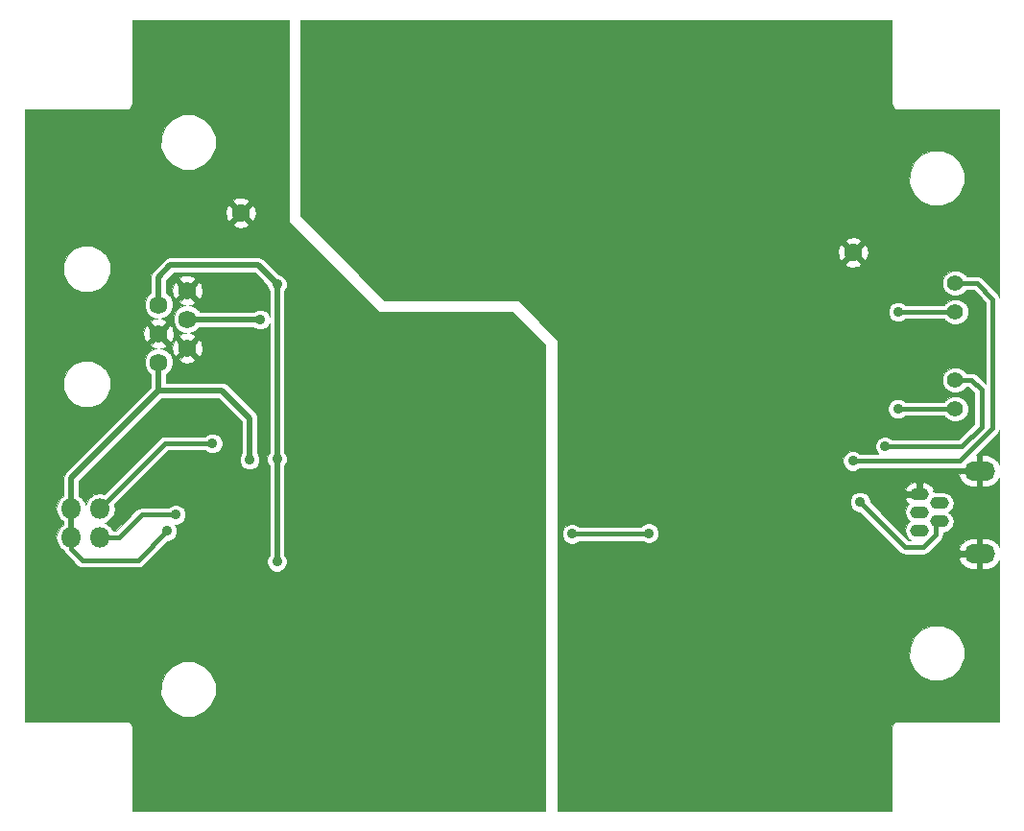
<source format=gbr>
G04 #@! TF.FileFunction,Copper,L2,Bot,Signal*
%FSLAX46Y46*%
G04 Gerber Fmt 4.6, Leading zero omitted, Abs format (unit mm)*
G04 Created by KiCad (PCBNEW no-vcs-found-product) date Wed Jun 29 11:52:22 2016*
%MOMM*%
%LPD*%
G01*
G04 APERTURE LIST*
%ADD10C,0.100000*%
%ADD11C,1.590000*%
%ADD12O,2.700000X1.700000*%
%ADD13O,1.650000X1.100000*%
%ADD14C,1.400000*%
%ADD15O,1.800000X1.800000*%
%ADD16C,1.600000*%
%ADD17C,0.900000*%
%ADD18C,0.500000*%
%ADD19C,0.400000*%
%ADD20C,0.050000*%
G04 APERTURE END LIST*
D10*
D11*
X119360000Y-86970000D03*
X116820000Y-88240000D03*
X119360000Y-89510000D03*
X116820000Y-90780000D03*
X119360000Y-92050000D03*
X116820000Y-93320000D03*
D12*
X189250000Y-102904000D03*
D13*
X183925000Y-104954000D03*
X183925000Y-106554000D03*
X185675000Y-105754000D03*
X185675000Y-107354000D03*
X183925000Y-108154000D03*
D12*
X189250000Y-110204000D03*
D14*
X187100000Y-86328000D03*
X187100000Y-88868000D03*
X187100000Y-94881000D03*
X187100000Y-97421000D03*
D15*
X109100000Y-108760000D03*
X109100000Y-106220000D03*
X111640000Y-108760000D03*
X111640000Y-106220000D03*
D16*
X124050000Y-80120000D03*
X178080000Y-83630000D03*
D17*
X117550000Y-108210000D03*
X124850000Y-101910000D03*
X180910000Y-100750000D03*
X182030000Y-97410000D03*
X178050000Y-102025000D03*
X182070000Y-88860000D03*
X178700000Y-105650000D03*
X153300000Y-108450000D03*
X160050000Y-108400000D03*
X127250000Y-86450000D03*
X127250000Y-110910000D03*
X127250000Y-101860000D03*
X125750000Y-89550000D03*
X118300000Y-106760000D03*
X121550000Y-100460000D03*
D18*
X116820000Y-95790000D02*
X122410000Y-95790000D01*
X116820000Y-93320000D02*
X116820000Y-95790000D01*
X116820000Y-95790000D02*
X116820000Y-95810000D01*
X116820000Y-95810000D02*
X109100000Y-103530000D01*
X109100000Y-106220000D02*
X109100000Y-103530000D01*
D19*
X109100000Y-108760000D02*
X109100000Y-109790000D01*
X114990000Y-110770000D02*
X117550000Y-108210000D01*
X110080000Y-110770000D02*
X114990000Y-110770000D01*
X109100000Y-109790000D02*
X110080000Y-110770000D01*
D18*
X122410000Y-95790000D02*
X124850000Y-98230000D01*
X124850000Y-98230000D02*
X124850000Y-101910000D01*
X109100000Y-106220000D02*
X109100000Y-108760000D01*
D19*
X188531000Y-94881000D02*
X187100000Y-94881000D01*
X189400000Y-95750000D02*
X188531000Y-94881000D01*
X189400000Y-99050000D02*
X189400000Y-95750000D01*
X187700000Y-100750000D02*
X189400000Y-99050000D01*
X180910000Y-100750000D02*
X187700000Y-100750000D01*
X187100000Y-97421000D02*
X182041000Y-97421000D01*
X182041000Y-97421000D02*
X182030000Y-97410000D01*
X178050000Y-102025000D02*
X187525000Y-102025000D01*
X187525000Y-102025000D02*
X190400000Y-99150000D01*
X190400000Y-99150000D02*
X190400000Y-87750000D01*
X190400000Y-87750000D02*
X188978000Y-86328000D01*
X188978000Y-86328000D02*
X187100000Y-86328000D01*
X182078000Y-88868000D02*
X187100000Y-88868000D01*
X182070000Y-88860000D02*
X182078000Y-88868000D01*
X185400000Y-108520000D02*
X184270000Y-109650000D01*
X185400000Y-107354000D02*
X185400000Y-108440000D01*
X185400000Y-108520000D02*
X185400000Y-108440000D01*
X182700000Y-109650000D02*
X184270000Y-109650000D01*
X182700000Y-109650000D02*
X178700000Y-105650000D01*
X160000000Y-108450000D02*
X153300000Y-108450000D01*
X160050000Y-108400000D02*
X160000000Y-108450000D01*
D18*
X127250000Y-86450000D02*
X127250000Y-101860000D01*
X125600000Y-84750000D02*
X117850000Y-84750000D01*
X127250000Y-86450000D02*
X127250000Y-86400000D01*
X125600000Y-84750000D02*
X127250000Y-86400000D01*
X116820000Y-85780000D02*
X117850000Y-84750000D01*
X116820000Y-85780000D02*
X116820000Y-88240000D01*
X127250000Y-101860000D02*
X127250000Y-110910000D01*
X119360000Y-89510000D02*
X125710000Y-89510000D01*
X125710000Y-89510000D02*
X125750000Y-89550000D01*
D19*
X118300000Y-106760000D02*
X115320000Y-106760000D01*
X113320000Y-108760000D02*
X111640000Y-108760000D01*
X115320000Y-106760000D02*
X113320000Y-108760000D01*
X121550000Y-100460000D02*
X117400000Y-100460000D01*
X117400000Y-100460000D02*
X111640000Y-106220000D01*
D20*
G36*
X128275000Y-80900000D02*
X128276903Y-80909567D01*
X128282322Y-80917678D01*
X136232322Y-88867678D01*
X136240433Y-88873097D01*
X136250000Y-88875000D01*
X148039644Y-88875000D01*
X150925000Y-91760356D01*
X150925000Y-132900000D01*
X114500000Y-132900000D01*
X114500000Y-125500000D01*
X114461940Y-125308658D01*
X114353553Y-125146447D01*
X114191342Y-125038060D01*
X114000000Y-125000000D01*
X105000000Y-125000000D01*
X105000000Y-122610246D01*
X117004580Y-122610246D01*
X117372986Y-123501858D01*
X118054554Y-124184617D01*
X118945521Y-124554579D01*
X119910246Y-124555420D01*
X120801858Y-124187014D01*
X121484617Y-123505446D01*
X121854579Y-122614479D01*
X121855420Y-121649754D01*
X121487014Y-120758142D01*
X120805446Y-120075383D01*
X119914479Y-119705421D01*
X118949754Y-119704580D01*
X118058142Y-120072986D01*
X117375383Y-120754554D01*
X117005421Y-121645521D01*
X117004580Y-122610246D01*
X105000000Y-122610246D01*
X105000000Y-106194042D01*
X107775000Y-106194042D01*
X107775000Y-106245958D01*
X107875860Y-106753014D01*
X108163084Y-107182874D01*
X108425000Y-107357881D01*
X108425000Y-107622119D01*
X108163084Y-107797126D01*
X107875860Y-108226986D01*
X107775000Y-108734042D01*
X107775000Y-108785958D01*
X107875860Y-109293014D01*
X108163084Y-109722874D01*
X108507412Y-109952947D01*
X108522575Y-110029177D01*
X108658058Y-110231942D01*
X109638058Y-111211942D01*
X109840822Y-111347425D01*
X110080000Y-111395000D01*
X114990000Y-111395000D01*
X115229177Y-111347425D01*
X115431942Y-111211942D01*
X117558876Y-109085008D01*
X117723285Y-109085151D01*
X118045000Y-108952221D01*
X118291356Y-108706295D01*
X118424848Y-108384812D01*
X118425151Y-108036715D01*
X118292221Y-107715000D01*
X118212285Y-107634924D01*
X118473285Y-107635151D01*
X118795000Y-107502221D01*
X119041356Y-107256295D01*
X119174848Y-106934812D01*
X119175151Y-106586715D01*
X119042221Y-106265000D01*
X118796295Y-106018644D01*
X118474812Y-105885152D01*
X118126715Y-105884849D01*
X117805000Y-106017779D01*
X117687574Y-106135000D01*
X115320000Y-106135000D01*
X115080822Y-106182575D01*
X114878058Y-106318058D01*
X113061116Y-108135000D01*
X112802677Y-108135000D01*
X112576916Y-107797126D01*
X112147056Y-107509902D01*
X112047002Y-107490000D01*
X112147056Y-107470098D01*
X112576916Y-107182874D01*
X112864140Y-106753014D01*
X112965000Y-106245958D01*
X112965000Y-106194042D01*
X112896121Y-105847763D01*
X117658884Y-101085000D01*
X120937552Y-101085000D01*
X121053705Y-101201356D01*
X121375188Y-101334848D01*
X121723285Y-101335151D01*
X122045000Y-101202221D01*
X122291356Y-100956295D01*
X122424848Y-100634812D01*
X122425151Y-100286715D01*
X122292221Y-99965000D01*
X122046295Y-99718644D01*
X121724812Y-99585152D01*
X121376715Y-99584849D01*
X121055000Y-99717779D01*
X120937574Y-99835000D01*
X117400000Y-99835000D01*
X117160822Y-99882575D01*
X116958058Y-100018058D01*
X112029581Y-104946535D01*
X111640000Y-104869042D01*
X111132944Y-104969902D01*
X110703084Y-105257126D01*
X110415860Y-105686986D01*
X110370000Y-105917539D01*
X110324140Y-105686986D01*
X110036916Y-105257126D01*
X109775000Y-105082119D01*
X109775000Y-103809594D01*
X117119594Y-96465000D01*
X122130406Y-96465000D01*
X124175000Y-98509594D01*
X124175000Y-101347465D01*
X124108644Y-101413705D01*
X123975152Y-101735188D01*
X123974849Y-102083285D01*
X124107779Y-102405000D01*
X124353705Y-102651356D01*
X124675188Y-102784848D01*
X125023285Y-102785151D01*
X125345000Y-102652221D01*
X125591356Y-102406295D01*
X125724848Y-102084812D01*
X125725151Y-101736715D01*
X125592221Y-101415000D01*
X125525000Y-101347661D01*
X125525000Y-98230000D01*
X125473619Y-97971689D01*
X125473619Y-97971688D01*
X125327297Y-97752703D01*
X122887297Y-95312703D01*
X122668312Y-95166381D01*
X122410000Y-95115000D01*
X117495000Y-95115000D01*
X117495000Y-94361138D01*
X117510172Y-94354869D01*
X117853662Y-94011977D01*
X118039788Y-93563738D01*
X118040211Y-93078392D01*
X118032536Y-93059816D01*
X118674039Y-93059816D01*
X118760859Y-93264245D01*
X119271137Y-93401098D01*
X119794944Y-93332258D01*
X119959141Y-93264245D01*
X120045961Y-93059816D01*
X119360000Y-92373855D01*
X118674039Y-93059816D01*
X118032536Y-93059816D01*
X117854869Y-92629828D01*
X117511977Y-92286338D01*
X117063738Y-92100212D01*
X116966793Y-92100128D01*
X117254944Y-92062258D01*
X117419141Y-91994245D01*
X117433201Y-91961137D01*
X118008902Y-91961137D01*
X118077742Y-92484944D01*
X118145755Y-92649141D01*
X118350184Y-92735961D01*
X119036145Y-92050000D01*
X119683855Y-92050000D01*
X120369816Y-92735961D01*
X120574245Y-92649141D01*
X120711098Y-92138863D01*
X120642258Y-91615056D01*
X120574245Y-91450859D01*
X120369816Y-91364039D01*
X119683855Y-92050000D01*
X119036145Y-92050000D01*
X118350184Y-91364039D01*
X118145755Y-91450859D01*
X118008902Y-91961137D01*
X117433201Y-91961137D01*
X117505961Y-91789816D01*
X116820000Y-91103855D01*
X116134039Y-91789816D01*
X116220859Y-91994245D01*
X116614514Y-92099820D01*
X116578392Y-92099789D01*
X116129828Y-92285131D01*
X115786338Y-92628023D01*
X115600212Y-93076262D01*
X115599789Y-93561608D01*
X115785131Y-94010172D01*
X116128023Y-94353662D01*
X116145000Y-94360712D01*
X116145000Y-95530406D01*
X108622703Y-103052703D01*
X108476381Y-103271688D01*
X108476381Y-103271689D01*
X108425000Y-103530000D01*
X108425000Y-105082119D01*
X108163084Y-105257126D01*
X107875860Y-105686986D01*
X107775000Y-106194042D01*
X105000000Y-106194042D01*
X105000000Y-95625981D01*
X108419645Y-95625981D01*
X108731081Y-96379715D01*
X109307252Y-96956892D01*
X110060441Y-97269643D01*
X110875981Y-97270355D01*
X111629715Y-96958919D01*
X112206892Y-96382748D01*
X112519643Y-95629559D01*
X112520355Y-94814019D01*
X112208919Y-94060285D01*
X111632748Y-93483108D01*
X110879559Y-93170357D01*
X110064019Y-93169645D01*
X109310285Y-93481081D01*
X108733108Y-94057252D01*
X108420357Y-94810441D01*
X108419645Y-95625981D01*
X105000000Y-95625981D01*
X105000000Y-90691137D01*
X115468902Y-90691137D01*
X115537742Y-91214944D01*
X115605755Y-91379141D01*
X115810184Y-91465961D01*
X116496145Y-90780000D01*
X117143855Y-90780000D01*
X117829816Y-91465961D01*
X118034245Y-91379141D01*
X118171098Y-90868863D01*
X118102258Y-90345056D01*
X118034245Y-90180859D01*
X117829816Y-90094039D01*
X117143855Y-90780000D01*
X116496145Y-90780000D01*
X115810184Y-90094039D01*
X115605755Y-90180859D01*
X115468902Y-90691137D01*
X105000000Y-90691137D01*
X105000000Y-88481608D01*
X115599789Y-88481608D01*
X115785131Y-88930172D01*
X116128023Y-89273662D01*
X116576262Y-89459788D01*
X116673207Y-89459872D01*
X116385056Y-89497742D01*
X116220859Y-89565755D01*
X116134039Y-89770184D01*
X116820000Y-90456145D01*
X117505961Y-89770184D01*
X117419141Y-89565755D01*
X117025486Y-89460180D01*
X117061608Y-89460211D01*
X117510172Y-89274869D01*
X117853662Y-88931977D01*
X118039788Y-88483738D01*
X118040211Y-87998392D01*
X117854869Y-87549828D01*
X117511977Y-87206338D01*
X117495000Y-87199288D01*
X117495000Y-86881137D01*
X118008902Y-86881137D01*
X118077742Y-87404944D01*
X118145755Y-87569141D01*
X118350184Y-87655961D01*
X119036145Y-86970000D01*
X119683855Y-86970000D01*
X120369816Y-87655961D01*
X120574245Y-87569141D01*
X120711098Y-87058863D01*
X120642258Y-86535056D01*
X120574245Y-86370859D01*
X120369816Y-86284039D01*
X119683855Y-86970000D01*
X119036145Y-86970000D01*
X118350184Y-86284039D01*
X118145755Y-86370859D01*
X118008902Y-86881137D01*
X117495000Y-86881137D01*
X117495000Y-86059594D01*
X117594410Y-85960184D01*
X118674039Y-85960184D01*
X119360000Y-86646145D01*
X120045961Y-85960184D01*
X119959141Y-85755755D01*
X119448863Y-85618902D01*
X118925056Y-85687742D01*
X118760859Y-85755755D01*
X118674039Y-85960184D01*
X117594410Y-85960184D01*
X118129594Y-85425000D01*
X125320406Y-85425000D01*
X126374974Y-86479568D01*
X126374849Y-86623285D01*
X126507779Y-86945000D01*
X126575000Y-87012339D01*
X126575000Y-89255340D01*
X126492221Y-89055000D01*
X126246295Y-88808644D01*
X125924812Y-88675152D01*
X125576715Y-88674849D01*
X125255000Y-88807779D01*
X125227731Y-88835000D01*
X120401138Y-88835000D01*
X120394869Y-88819828D01*
X120051977Y-88476338D01*
X119603738Y-88290212D01*
X119506793Y-88290128D01*
X119794944Y-88252258D01*
X119959141Y-88184245D01*
X120045961Y-87979816D01*
X119360000Y-87293855D01*
X118674039Y-87979816D01*
X118760859Y-88184245D01*
X119154514Y-88289820D01*
X119118392Y-88289789D01*
X118669828Y-88475131D01*
X118326338Y-88818023D01*
X118140212Y-89266262D01*
X118139789Y-89751608D01*
X118325131Y-90200172D01*
X118668023Y-90543662D01*
X119116262Y-90729788D01*
X119213207Y-90729872D01*
X118925056Y-90767742D01*
X118760859Y-90835755D01*
X118674039Y-91040184D01*
X119360000Y-91726145D01*
X120045961Y-91040184D01*
X119959141Y-90835755D01*
X119565486Y-90730180D01*
X119601608Y-90730211D01*
X120050172Y-90544869D01*
X120393662Y-90201977D01*
X120400712Y-90185000D01*
X125147535Y-90185000D01*
X125253705Y-90291356D01*
X125575188Y-90424848D01*
X125923285Y-90425151D01*
X126245000Y-90292221D01*
X126491356Y-90046295D01*
X126575000Y-89844859D01*
X126575000Y-101297465D01*
X126508644Y-101363705D01*
X126375152Y-101685188D01*
X126374849Y-102033285D01*
X126507779Y-102355000D01*
X126575000Y-102422339D01*
X126575000Y-110347465D01*
X126508644Y-110413705D01*
X126375152Y-110735188D01*
X126374849Y-111083285D01*
X126507779Y-111405000D01*
X126753705Y-111651356D01*
X127075188Y-111784848D01*
X127423285Y-111785151D01*
X127745000Y-111652221D01*
X127991356Y-111406295D01*
X128124848Y-111084812D01*
X128125151Y-110736715D01*
X127992221Y-110415000D01*
X127925000Y-110347661D01*
X127925000Y-102422535D01*
X127991356Y-102356295D01*
X128124848Y-102034812D01*
X128125151Y-101686715D01*
X127992221Y-101365000D01*
X127925000Y-101297661D01*
X127925000Y-87012535D01*
X127991356Y-86946295D01*
X128124848Y-86624812D01*
X128125151Y-86276715D01*
X127992221Y-85955000D01*
X127746295Y-85708644D01*
X127424812Y-85575152D01*
X127379707Y-85575113D01*
X126077297Y-84272703D01*
X125858312Y-84126381D01*
X125600000Y-84075000D01*
X117850000Y-84075000D01*
X117591688Y-84126381D01*
X117372703Y-84272703D01*
X116342703Y-85302703D01*
X116196381Y-85521688D01*
X116155940Y-85725000D01*
X116145000Y-85780000D01*
X116145000Y-87198862D01*
X116129828Y-87205131D01*
X115786338Y-87548023D01*
X115600212Y-87996262D01*
X115599789Y-88481608D01*
X105000000Y-88481608D01*
X105000000Y-85465981D01*
X108419645Y-85465981D01*
X108731081Y-86219715D01*
X109307252Y-86796892D01*
X110060441Y-87109643D01*
X110875981Y-87110355D01*
X111629715Y-86798919D01*
X112206892Y-86222748D01*
X112519643Y-85469559D01*
X112520355Y-84654019D01*
X112208919Y-83900285D01*
X111632748Y-83323108D01*
X110879559Y-83010357D01*
X110064019Y-83009645D01*
X109310285Y-83321081D01*
X108733108Y-83897252D01*
X108420357Y-84650441D01*
X108419645Y-85465981D01*
X105000000Y-85465981D01*
X105000000Y-81133486D01*
X123360369Y-81133486D01*
X123447818Y-81338430D01*
X123959929Y-81476128D01*
X124485752Y-81407368D01*
X124652182Y-81338430D01*
X124739631Y-81133486D01*
X124050000Y-80443855D01*
X123360369Y-81133486D01*
X105000000Y-81133486D01*
X105000000Y-80029929D01*
X122693872Y-80029929D01*
X122762632Y-80555752D01*
X122831570Y-80722182D01*
X123036514Y-80809631D01*
X123726145Y-80120000D01*
X124373855Y-80120000D01*
X125063486Y-80809631D01*
X125268430Y-80722182D01*
X125406128Y-80210071D01*
X125337368Y-79684248D01*
X125268430Y-79517818D01*
X125063486Y-79430369D01*
X124373855Y-80120000D01*
X123726145Y-80120000D01*
X123036514Y-79430369D01*
X122831570Y-79517818D01*
X122693872Y-80029929D01*
X105000000Y-80029929D01*
X105000000Y-79106514D01*
X123360369Y-79106514D01*
X124050000Y-79796145D01*
X124739631Y-79106514D01*
X124652182Y-78901570D01*
X124140071Y-78763872D01*
X123614248Y-78832632D01*
X123447818Y-78901570D01*
X123360369Y-79106514D01*
X105000000Y-79106514D01*
X105000000Y-74350246D01*
X117004580Y-74350246D01*
X117372986Y-75241858D01*
X118054554Y-75924617D01*
X118945521Y-76294579D01*
X119910246Y-76295420D01*
X120801858Y-75927014D01*
X121484617Y-75245446D01*
X121854579Y-74354479D01*
X121855420Y-73389754D01*
X121487014Y-72498142D01*
X120805446Y-71815383D01*
X119914479Y-71445421D01*
X118949754Y-71444580D01*
X118058142Y-71812986D01*
X117375383Y-72494554D01*
X117005421Y-73385521D01*
X117004580Y-74350246D01*
X105000000Y-74350246D01*
X105000000Y-71000000D01*
X114000000Y-71000000D01*
X114191342Y-70961940D01*
X114353553Y-70853553D01*
X114461940Y-70691342D01*
X114500000Y-70500000D01*
X114500000Y-63100000D01*
X128275000Y-63100000D01*
X128275000Y-80900000D01*
X128275000Y-80900000D01*
G37*
X128275000Y-80900000D02*
X128276903Y-80909567D01*
X128282322Y-80917678D01*
X136232322Y-88867678D01*
X136240433Y-88873097D01*
X136250000Y-88875000D01*
X148039644Y-88875000D01*
X150925000Y-91760356D01*
X150925000Y-132900000D01*
X114500000Y-132900000D01*
X114500000Y-125500000D01*
X114461940Y-125308658D01*
X114353553Y-125146447D01*
X114191342Y-125038060D01*
X114000000Y-125000000D01*
X105000000Y-125000000D01*
X105000000Y-122610246D01*
X117004580Y-122610246D01*
X117372986Y-123501858D01*
X118054554Y-124184617D01*
X118945521Y-124554579D01*
X119910246Y-124555420D01*
X120801858Y-124187014D01*
X121484617Y-123505446D01*
X121854579Y-122614479D01*
X121855420Y-121649754D01*
X121487014Y-120758142D01*
X120805446Y-120075383D01*
X119914479Y-119705421D01*
X118949754Y-119704580D01*
X118058142Y-120072986D01*
X117375383Y-120754554D01*
X117005421Y-121645521D01*
X117004580Y-122610246D01*
X105000000Y-122610246D01*
X105000000Y-106194042D01*
X107775000Y-106194042D01*
X107775000Y-106245958D01*
X107875860Y-106753014D01*
X108163084Y-107182874D01*
X108425000Y-107357881D01*
X108425000Y-107622119D01*
X108163084Y-107797126D01*
X107875860Y-108226986D01*
X107775000Y-108734042D01*
X107775000Y-108785958D01*
X107875860Y-109293014D01*
X108163084Y-109722874D01*
X108507412Y-109952947D01*
X108522575Y-110029177D01*
X108658058Y-110231942D01*
X109638058Y-111211942D01*
X109840822Y-111347425D01*
X110080000Y-111395000D01*
X114990000Y-111395000D01*
X115229177Y-111347425D01*
X115431942Y-111211942D01*
X117558876Y-109085008D01*
X117723285Y-109085151D01*
X118045000Y-108952221D01*
X118291356Y-108706295D01*
X118424848Y-108384812D01*
X118425151Y-108036715D01*
X118292221Y-107715000D01*
X118212285Y-107634924D01*
X118473285Y-107635151D01*
X118795000Y-107502221D01*
X119041356Y-107256295D01*
X119174848Y-106934812D01*
X119175151Y-106586715D01*
X119042221Y-106265000D01*
X118796295Y-106018644D01*
X118474812Y-105885152D01*
X118126715Y-105884849D01*
X117805000Y-106017779D01*
X117687574Y-106135000D01*
X115320000Y-106135000D01*
X115080822Y-106182575D01*
X114878058Y-106318058D01*
X113061116Y-108135000D01*
X112802677Y-108135000D01*
X112576916Y-107797126D01*
X112147056Y-107509902D01*
X112047002Y-107490000D01*
X112147056Y-107470098D01*
X112576916Y-107182874D01*
X112864140Y-106753014D01*
X112965000Y-106245958D01*
X112965000Y-106194042D01*
X112896121Y-105847763D01*
X117658884Y-101085000D01*
X120937552Y-101085000D01*
X121053705Y-101201356D01*
X121375188Y-101334848D01*
X121723285Y-101335151D01*
X122045000Y-101202221D01*
X122291356Y-100956295D01*
X122424848Y-100634812D01*
X122425151Y-100286715D01*
X122292221Y-99965000D01*
X122046295Y-99718644D01*
X121724812Y-99585152D01*
X121376715Y-99584849D01*
X121055000Y-99717779D01*
X120937574Y-99835000D01*
X117400000Y-99835000D01*
X117160822Y-99882575D01*
X116958058Y-100018058D01*
X112029581Y-104946535D01*
X111640000Y-104869042D01*
X111132944Y-104969902D01*
X110703084Y-105257126D01*
X110415860Y-105686986D01*
X110370000Y-105917539D01*
X110324140Y-105686986D01*
X110036916Y-105257126D01*
X109775000Y-105082119D01*
X109775000Y-103809594D01*
X117119594Y-96465000D01*
X122130406Y-96465000D01*
X124175000Y-98509594D01*
X124175000Y-101347465D01*
X124108644Y-101413705D01*
X123975152Y-101735188D01*
X123974849Y-102083285D01*
X124107779Y-102405000D01*
X124353705Y-102651356D01*
X124675188Y-102784848D01*
X125023285Y-102785151D01*
X125345000Y-102652221D01*
X125591356Y-102406295D01*
X125724848Y-102084812D01*
X125725151Y-101736715D01*
X125592221Y-101415000D01*
X125525000Y-101347661D01*
X125525000Y-98230000D01*
X125473619Y-97971689D01*
X125473619Y-97971688D01*
X125327297Y-97752703D01*
X122887297Y-95312703D01*
X122668312Y-95166381D01*
X122410000Y-95115000D01*
X117495000Y-95115000D01*
X117495000Y-94361138D01*
X117510172Y-94354869D01*
X117853662Y-94011977D01*
X118039788Y-93563738D01*
X118040211Y-93078392D01*
X118032536Y-93059816D01*
X118674039Y-93059816D01*
X118760859Y-93264245D01*
X119271137Y-93401098D01*
X119794944Y-93332258D01*
X119959141Y-93264245D01*
X120045961Y-93059816D01*
X119360000Y-92373855D01*
X118674039Y-93059816D01*
X118032536Y-93059816D01*
X117854869Y-92629828D01*
X117511977Y-92286338D01*
X117063738Y-92100212D01*
X116966793Y-92100128D01*
X117254944Y-92062258D01*
X117419141Y-91994245D01*
X117433201Y-91961137D01*
X118008902Y-91961137D01*
X118077742Y-92484944D01*
X118145755Y-92649141D01*
X118350184Y-92735961D01*
X119036145Y-92050000D01*
X119683855Y-92050000D01*
X120369816Y-92735961D01*
X120574245Y-92649141D01*
X120711098Y-92138863D01*
X120642258Y-91615056D01*
X120574245Y-91450859D01*
X120369816Y-91364039D01*
X119683855Y-92050000D01*
X119036145Y-92050000D01*
X118350184Y-91364039D01*
X118145755Y-91450859D01*
X118008902Y-91961137D01*
X117433201Y-91961137D01*
X117505961Y-91789816D01*
X116820000Y-91103855D01*
X116134039Y-91789816D01*
X116220859Y-91994245D01*
X116614514Y-92099820D01*
X116578392Y-92099789D01*
X116129828Y-92285131D01*
X115786338Y-92628023D01*
X115600212Y-93076262D01*
X115599789Y-93561608D01*
X115785131Y-94010172D01*
X116128023Y-94353662D01*
X116145000Y-94360712D01*
X116145000Y-95530406D01*
X108622703Y-103052703D01*
X108476381Y-103271688D01*
X108476381Y-103271689D01*
X108425000Y-103530000D01*
X108425000Y-105082119D01*
X108163084Y-105257126D01*
X107875860Y-105686986D01*
X107775000Y-106194042D01*
X105000000Y-106194042D01*
X105000000Y-95625981D01*
X108419645Y-95625981D01*
X108731081Y-96379715D01*
X109307252Y-96956892D01*
X110060441Y-97269643D01*
X110875981Y-97270355D01*
X111629715Y-96958919D01*
X112206892Y-96382748D01*
X112519643Y-95629559D01*
X112520355Y-94814019D01*
X112208919Y-94060285D01*
X111632748Y-93483108D01*
X110879559Y-93170357D01*
X110064019Y-93169645D01*
X109310285Y-93481081D01*
X108733108Y-94057252D01*
X108420357Y-94810441D01*
X108419645Y-95625981D01*
X105000000Y-95625981D01*
X105000000Y-90691137D01*
X115468902Y-90691137D01*
X115537742Y-91214944D01*
X115605755Y-91379141D01*
X115810184Y-91465961D01*
X116496145Y-90780000D01*
X117143855Y-90780000D01*
X117829816Y-91465961D01*
X118034245Y-91379141D01*
X118171098Y-90868863D01*
X118102258Y-90345056D01*
X118034245Y-90180859D01*
X117829816Y-90094039D01*
X117143855Y-90780000D01*
X116496145Y-90780000D01*
X115810184Y-90094039D01*
X115605755Y-90180859D01*
X115468902Y-90691137D01*
X105000000Y-90691137D01*
X105000000Y-88481608D01*
X115599789Y-88481608D01*
X115785131Y-88930172D01*
X116128023Y-89273662D01*
X116576262Y-89459788D01*
X116673207Y-89459872D01*
X116385056Y-89497742D01*
X116220859Y-89565755D01*
X116134039Y-89770184D01*
X116820000Y-90456145D01*
X117505961Y-89770184D01*
X117419141Y-89565755D01*
X117025486Y-89460180D01*
X117061608Y-89460211D01*
X117510172Y-89274869D01*
X117853662Y-88931977D01*
X118039788Y-88483738D01*
X118040211Y-87998392D01*
X117854869Y-87549828D01*
X117511977Y-87206338D01*
X117495000Y-87199288D01*
X117495000Y-86881137D01*
X118008902Y-86881137D01*
X118077742Y-87404944D01*
X118145755Y-87569141D01*
X118350184Y-87655961D01*
X119036145Y-86970000D01*
X119683855Y-86970000D01*
X120369816Y-87655961D01*
X120574245Y-87569141D01*
X120711098Y-87058863D01*
X120642258Y-86535056D01*
X120574245Y-86370859D01*
X120369816Y-86284039D01*
X119683855Y-86970000D01*
X119036145Y-86970000D01*
X118350184Y-86284039D01*
X118145755Y-86370859D01*
X118008902Y-86881137D01*
X117495000Y-86881137D01*
X117495000Y-86059594D01*
X117594410Y-85960184D01*
X118674039Y-85960184D01*
X119360000Y-86646145D01*
X120045961Y-85960184D01*
X119959141Y-85755755D01*
X119448863Y-85618902D01*
X118925056Y-85687742D01*
X118760859Y-85755755D01*
X118674039Y-85960184D01*
X117594410Y-85960184D01*
X118129594Y-85425000D01*
X125320406Y-85425000D01*
X126374974Y-86479568D01*
X126374849Y-86623285D01*
X126507779Y-86945000D01*
X126575000Y-87012339D01*
X126575000Y-89255340D01*
X126492221Y-89055000D01*
X126246295Y-88808644D01*
X125924812Y-88675152D01*
X125576715Y-88674849D01*
X125255000Y-88807779D01*
X125227731Y-88835000D01*
X120401138Y-88835000D01*
X120394869Y-88819828D01*
X120051977Y-88476338D01*
X119603738Y-88290212D01*
X119506793Y-88290128D01*
X119794944Y-88252258D01*
X119959141Y-88184245D01*
X120045961Y-87979816D01*
X119360000Y-87293855D01*
X118674039Y-87979816D01*
X118760859Y-88184245D01*
X119154514Y-88289820D01*
X119118392Y-88289789D01*
X118669828Y-88475131D01*
X118326338Y-88818023D01*
X118140212Y-89266262D01*
X118139789Y-89751608D01*
X118325131Y-90200172D01*
X118668023Y-90543662D01*
X119116262Y-90729788D01*
X119213207Y-90729872D01*
X118925056Y-90767742D01*
X118760859Y-90835755D01*
X118674039Y-91040184D01*
X119360000Y-91726145D01*
X120045961Y-91040184D01*
X119959141Y-90835755D01*
X119565486Y-90730180D01*
X119601608Y-90730211D01*
X120050172Y-90544869D01*
X120393662Y-90201977D01*
X120400712Y-90185000D01*
X125147535Y-90185000D01*
X125253705Y-90291356D01*
X125575188Y-90424848D01*
X125923285Y-90425151D01*
X126245000Y-90292221D01*
X126491356Y-90046295D01*
X126575000Y-89844859D01*
X126575000Y-101297465D01*
X126508644Y-101363705D01*
X126375152Y-101685188D01*
X126374849Y-102033285D01*
X126507779Y-102355000D01*
X126575000Y-102422339D01*
X126575000Y-110347465D01*
X126508644Y-110413705D01*
X126375152Y-110735188D01*
X126374849Y-111083285D01*
X126507779Y-111405000D01*
X126753705Y-111651356D01*
X127075188Y-111784848D01*
X127423285Y-111785151D01*
X127745000Y-111652221D01*
X127991356Y-111406295D01*
X128124848Y-111084812D01*
X128125151Y-110736715D01*
X127992221Y-110415000D01*
X127925000Y-110347661D01*
X127925000Y-102422535D01*
X127991356Y-102356295D01*
X128124848Y-102034812D01*
X128125151Y-101686715D01*
X127992221Y-101365000D01*
X127925000Y-101297661D01*
X127925000Y-87012535D01*
X127991356Y-86946295D01*
X128124848Y-86624812D01*
X128125151Y-86276715D01*
X127992221Y-85955000D01*
X127746295Y-85708644D01*
X127424812Y-85575152D01*
X127379707Y-85575113D01*
X126077297Y-84272703D01*
X125858312Y-84126381D01*
X125600000Y-84075000D01*
X117850000Y-84075000D01*
X117591688Y-84126381D01*
X117372703Y-84272703D01*
X116342703Y-85302703D01*
X116196381Y-85521688D01*
X116155940Y-85725000D01*
X116145000Y-85780000D01*
X116145000Y-87198862D01*
X116129828Y-87205131D01*
X115786338Y-87548023D01*
X115600212Y-87996262D01*
X115599789Y-88481608D01*
X105000000Y-88481608D01*
X105000000Y-85465981D01*
X108419645Y-85465981D01*
X108731081Y-86219715D01*
X109307252Y-86796892D01*
X110060441Y-87109643D01*
X110875981Y-87110355D01*
X111629715Y-86798919D01*
X112206892Y-86222748D01*
X112519643Y-85469559D01*
X112520355Y-84654019D01*
X112208919Y-83900285D01*
X111632748Y-83323108D01*
X110879559Y-83010357D01*
X110064019Y-83009645D01*
X109310285Y-83321081D01*
X108733108Y-83897252D01*
X108420357Y-84650441D01*
X108419645Y-85465981D01*
X105000000Y-85465981D01*
X105000000Y-81133486D01*
X123360369Y-81133486D01*
X123447818Y-81338430D01*
X123959929Y-81476128D01*
X124485752Y-81407368D01*
X124652182Y-81338430D01*
X124739631Y-81133486D01*
X124050000Y-80443855D01*
X123360369Y-81133486D01*
X105000000Y-81133486D01*
X105000000Y-80029929D01*
X122693872Y-80029929D01*
X122762632Y-80555752D01*
X122831570Y-80722182D01*
X123036514Y-80809631D01*
X123726145Y-80120000D01*
X124373855Y-80120000D01*
X125063486Y-80809631D01*
X125268430Y-80722182D01*
X125406128Y-80210071D01*
X125337368Y-79684248D01*
X125268430Y-79517818D01*
X125063486Y-79430369D01*
X124373855Y-80120000D01*
X123726145Y-80120000D01*
X123036514Y-79430369D01*
X122831570Y-79517818D01*
X122693872Y-80029929D01*
X105000000Y-80029929D01*
X105000000Y-79106514D01*
X123360369Y-79106514D01*
X124050000Y-79796145D01*
X124739631Y-79106514D01*
X124652182Y-78901570D01*
X124140071Y-78763872D01*
X123614248Y-78832632D01*
X123447818Y-78901570D01*
X123360369Y-79106514D01*
X105000000Y-79106514D01*
X105000000Y-74350246D01*
X117004580Y-74350246D01*
X117372986Y-75241858D01*
X118054554Y-75924617D01*
X118945521Y-76294579D01*
X119910246Y-76295420D01*
X120801858Y-75927014D01*
X121484617Y-75245446D01*
X121854579Y-74354479D01*
X121855420Y-73389754D01*
X121487014Y-72498142D01*
X120805446Y-71815383D01*
X119914479Y-71445421D01*
X118949754Y-71444580D01*
X118058142Y-71812986D01*
X117375383Y-72494554D01*
X117005421Y-73385521D01*
X117004580Y-74350246D01*
X105000000Y-74350246D01*
X105000000Y-71000000D01*
X114000000Y-71000000D01*
X114191342Y-70961940D01*
X114353553Y-70853553D01*
X114461940Y-70691342D01*
X114500000Y-70500000D01*
X114500000Y-63100000D01*
X128275000Y-63100000D01*
X128275000Y-80900000D01*
G36*
X181500000Y-70500000D02*
X181538060Y-70691342D01*
X181646447Y-70853553D01*
X181808658Y-70961940D01*
X182000000Y-71000000D01*
X191000000Y-71000000D01*
X191000000Y-87624313D01*
X190977425Y-87510823D01*
X190841942Y-87308058D01*
X189419942Y-85886058D01*
X189217177Y-85750575D01*
X188978000Y-85703000D01*
X188059007Y-85703000D01*
X188054285Y-85691571D01*
X187738093Y-85374828D01*
X187324758Y-85203196D01*
X186877205Y-85202805D01*
X186463571Y-85373715D01*
X186146828Y-85689907D01*
X185975196Y-86103242D01*
X185974805Y-86550795D01*
X186145715Y-86964429D01*
X186461907Y-87281172D01*
X186875242Y-87452804D01*
X187322795Y-87453195D01*
X187736429Y-87282285D01*
X188053172Y-86966093D01*
X188058609Y-86953000D01*
X188719116Y-86953000D01*
X189775000Y-88008884D01*
X189775000Y-95241117D01*
X188972942Y-94439058D01*
X188770177Y-94303575D01*
X188531000Y-94256000D01*
X188059007Y-94256000D01*
X188054285Y-94244571D01*
X187738093Y-93927828D01*
X187324758Y-93756196D01*
X186877205Y-93755805D01*
X186463571Y-93926715D01*
X186146828Y-94242907D01*
X185975196Y-94656242D01*
X185974805Y-95103795D01*
X186145715Y-95517429D01*
X186461907Y-95834172D01*
X186875242Y-96005804D01*
X187322795Y-96006195D01*
X187736429Y-95835285D01*
X188053172Y-95519093D01*
X188058609Y-95506000D01*
X188272116Y-95506000D01*
X188775000Y-96008883D01*
X188775000Y-98791116D01*
X187441116Y-100125000D01*
X181522448Y-100125000D01*
X181406295Y-100008644D01*
X181084812Y-99875152D01*
X180736715Y-99874849D01*
X180415000Y-100007779D01*
X180168644Y-100253705D01*
X180035152Y-100575188D01*
X180034849Y-100923285D01*
X180167779Y-101245000D01*
X180322508Y-101400000D01*
X178662448Y-101400000D01*
X178546295Y-101283644D01*
X178224812Y-101150152D01*
X177876715Y-101149849D01*
X177555000Y-101282779D01*
X177308644Y-101528705D01*
X177175152Y-101850188D01*
X177174849Y-102198285D01*
X177307779Y-102520000D01*
X177553705Y-102766356D01*
X177875188Y-102899848D01*
X178223285Y-102900151D01*
X178545000Y-102767221D01*
X178662426Y-102650000D01*
X187511590Y-102650000D01*
X187521410Y-102675000D01*
X189021000Y-102675000D01*
X189021000Y-101521000D01*
X188912884Y-101521000D01*
X190841942Y-99591942D01*
X190977425Y-99389177D01*
X191000000Y-99275684D01*
X191000000Y-102329862D01*
X190889857Y-102087999D01*
X190490820Y-101713909D01*
X189979000Y-101521000D01*
X189479000Y-101521000D01*
X189479000Y-102675000D01*
X189499000Y-102675000D01*
X189499000Y-103133000D01*
X189479000Y-103133000D01*
X189479000Y-104287000D01*
X189979000Y-104287000D01*
X190490820Y-104094091D01*
X190889857Y-103720001D01*
X191000000Y-103478138D01*
X191000000Y-109629862D01*
X190889857Y-109387999D01*
X190490820Y-109013909D01*
X189979000Y-108821000D01*
X189479000Y-108821000D01*
X189479000Y-109975000D01*
X189499000Y-109975000D01*
X189499000Y-110433000D01*
X189479000Y-110433000D01*
X189479000Y-111587000D01*
X189979000Y-111587000D01*
X190490820Y-111394091D01*
X190889857Y-111020001D01*
X191000000Y-110778138D01*
X191000000Y-125000000D01*
X182000000Y-125000000D01*
X181808658Y-125038060D01*
X181646447Y-125146447D01*
X181538060Y-125308658D01*
X181500000Y-125500000D01*
X181500000Y-132900000D01*
X151975000Y-132900000D01*
X151975000Y-119435246D01*
X183044580Y-119435246D01*
X183412986Y-120326858D01*
X184094554Y-121009617D01*
X184985521Y-121379579D01*
X185950246Y-121380420D01*
X186841858Y-121012014D01*
X187524617Y-120330446D01*
X187894579Y-119439479D01*
X187895420Y-118474754D01*
X187527014Y-117583142D01*
X186845446Y-116900383D01*
X185954479Y-116530421D01*
X184989754Y-116529580D01*
X184098142Y-116897986D01*
X183415383Y-117579554D01*
X183045421Y-118470521D01*
X183044580Y-119435246D01*
X151975000Y-119435246D01*
X151975000Y-110643543D01*
X187438706Y-110643543D01*
X187610143Y-111020001D01*
X188009180Y-111394091D01*
X188521000Y-111587000D01*
X189021000Y-111587000D01*
X189021000Y-110433000D01*
X187521410Y-110433000D01*
X187438706Y-110643543D01*
X151975000Y-110643543D01*
X151975000Y-108623285D01*
X152424849Y-108623285D01*
X152557779Y-108945000D01*
X152803705Y-109191356D01*
X153125188Y-109324848D01*
X153473285Y-109325151D01*
X153795000Y-109192221D01*
X153912426Y-109075000D01*
X159487465Y-109075000D01*
X159553705Y-109141356D01*
X159875188Y-109274848D01*
X160223285Y-109275151D01*
X160545000Y-109142221D01*
X160791356Y-108896295D01*
X160924848Y-108574812D01*
X160925151Y-108226715D01*
X160792221Y-107905000D01*
X160546295Y-107658644D01*
X160224812Y-107525152D01*
X159876715Y-107524849D01*
X159555000Y-107657779D01*
X159387487Y-107825000D01*
X153912448Y-107825000D01*
X153796295Y-107708644D01*
X153474812Y-107575152D01*
X153126715Y-107574849D01*
X152805000Y-107707779D01*
X152558644Y-107953705D01*
X152425152Y-108275188D01*
X152424849Y-108623285D01*
X151975000Y-108623285D01*
X151975000Y-105823285D01*
X177824849Y-105823285D01*
X177957779Y-106145000D01*
X178203705Y-106391356D01*
X178525188Y-106524848D01*
X178691108Y-106524992D01*
X182258058Y-110091942D01*
X182460822Y-110227425D01*
X182700000Y-110275000D01*
X184270000Y-110275000D01*
X184509177Y-110227425D01*
X184711942Y-110091942D01*
X185039427Y-109764457D01*
X187438706Y-109764457D01*
X187521410Y-109975000D01*
X189021000Y-109975000D01*
X189021000Y-108821000D01*
X188521000Y-108821000D01*
X188009180Y-109013909D01*
X187610143Y-109387999D01*
X187438706Y-109764457D01*
X185039427Y-109764457D01*
X185841942Y-108961942D01*
X185977425Y-108759178D01*
X186025000Y-108520000D01*
X186025000Y-108318953D01*
X186347605Y-108254783D01*
X186663918Y-108043429D01*
X186875272Y-107727116D01*
X186949489Y-107354000D01*
X186875272Y-106980884D01*
X186663918Y-106664571D01*
X186498437Y-106554000D01*
X186663918Y-106443429D01*
X186875272Y-106127116D01*
X186949489Y-105754000D01*
X186875272Y-105380884D01*
X186663918Y-105064571D01*
X186347605Y-104853217D01*
X185974489Y-104779000D01*
X185375511Y-104779000D01*
X185283000Y-104797401D01*
X185283000Y-104724998D01*
X185121730Y-104724998D01*
X185209656Y-104562232D01*
X185053049Y-104277364D01*
X184729177Y-104002422D01*
X184324743Y-103872349D01*
X184154000Y-103999402D01*
X184154000Y-104725000D01*
X184174000Y-104725000D01*
X184174000Y-105183000D01*
X184154000Y-105183000D01*
X184154000Y-105203000D01*
X183696000Y-105203000D01*
X183696000Y-105183000D01*
X182728271Y-105183000D01*
X182640344Y-105345768D01*
X182796951Y-105630636D01*
X183012427Y-105813559D01*
X182936082Y-105864571D01*
X182724728Y-106180884D01*
X182650511Y-106554000D01*
X182724728Y-106927116D01*
X182936082Y-107243429D01*
X183101563Y-107354000D01*
X182936082Y-107464571D01*
X182724728Y-107780884D01*
X182650511Y-108154000D01*
X182724728Y-108527116D01*
X182936082Y-108843429D01*
X183207822Y-109025000D01*
X182958884Y-109025000D01*
X179575008Y-105641124D01*
X179575151Y-105476715D01*
X179442221Y-105155000D01*
X179196295Y-104908644D01*
X178874812Y-104775152D01*
X178526715Y-104774849D01*
X178205000Y-104907779D01*
X177958644Y-105153705D01*
X177825152Y-105475188D01*
X177824849Y-105823285D01*
X151975000Y-105823285D01*
X151975000Y-104562232D01*
X182640344Y-104562232D01*
X182728271Y-104725000D01*
X183696000Y-104725000D01*
X183696000Y-103999402D01*
X183525257Y-103872349D01*
X183120823Y-104002422D01*
X182796951Y-104277364D01*
X182640344Y-104562232D01*
X151975000Y-104562232D01*
X151975000Y-103343543D01*
X187438706Y-103343543D01*
X187610143Y-103720001D01*
X188009180Y-104094091D01*
X188521000Y-104287000D01*
X189021000Y-104287000D01*
X189021000Y-103133000D01*
X187521410Y-103133000D01*
X187438706Y-103343543D01*
X151975000Y-103343543D01*
X151975000Y-97583285D01*
X181154849Y-97583285D01*
X181287779Y-97905000D01*
X181533705Y-98151356D01*
X181855188Y-98284848D01*
X182203285Y-98285151D01*
X182525000Y-98152221D01*
X182631407Y-98046000D01*
X186140993Y-98046000D01*
X186145715Y-98057429D01*
X186461907Y-98374172D01*
X186875242Y-98545804D01*
X187322795Y-98546195D01*
X187736429Y-98375285D01*
X188053172Y-98059093D01*
X188224804Y-97645758D01*
X188225195Y-97198205D01*
X188054285Y-96784571D01*
X187738093Y-96467828D01*
X187324758Y-96296196D01*
X186877205Y-96295805D01*
X186463571Y-96466715D01*
X186146828Y-96782907D01*
X186141391Y-96796000D01*
X182653429Y-96796000D01*
X182526295Y-96668644D01*
X182204812Y-96535152D01*
X181856715Y-96534849D01*
X181535000Y-96667779D01*
X181288644Y-96913705D01*
X181155152Y-97235188D01*
X181154849Y-97583285D01*
X151975000Y-97583285D01*
X151975000Y-91300000D01*
X151973097Y-91290433D01*
X151967678Y-91282322D01*
X149718641Y-89033285D01*
X181194849Y-89033285D01*
X181327779Y-89355000D01*
X181573705Y-89601356D01*
X181895188Y-89734848D01*
X182243285Y-89735151D01*
X182565000Y-89602221D01*
X182674412Y-89493000D01*
X186140993Y-89493000D01*
X186145715Y-89504429D01*
X186461907Y-89821172D01*
X186875242Y-89992804D01*
X187322795Y-89993195D01*
X187736429Y-89822285D01*
X188053172Y-89506093D01*
X188224804Y-89092758D01*
X188225195Y-88645205D01*
X188054285Y-88231571D01*
X187738093Y-87914828D01*
X187324758Y-87743196D01*
X186877205Y-87742805D01*
X186463571Y-87913715D01*
X186146828Y-88229907D01*
X186141391Y-88243000D01*
X182690434Y-88243000D01*
X182566295Y-88118644D01*
X182244812Y-87985152D01*
X181896715Y-87984849D01*
X181575000Y-88117779D01*
X181328644Y-88363705D01*
X181195152Y-88685188D01*
X181194849Y-89033285D01*
X149718641Y-89033285D01*
X148517678Y-87832322D01*
X148509567Y-87826903D01*
X148500000Y-87825000D01*
X136710356Y-87825000D01*
X133528842Y-84643486D01*
X177390369Y-84643486D01*
X177477818Y-84848430D01*
X177989929Y-84986128D01*
X178515752Y-84917368D01*
X178682182Y-84848430D01*
X178769631Y-84643486D01*
X178080000Y-83953855D01*
X177390369Y-84643486D01*
X133528842Y-84643486D01*
X132425285Y-83539929D01*
X176723872Y-83539929D01*
X176792632Y-84065752D01*
X176861570Y-84232182D01*
X177066514Y-84319631D01*
X177756145Y-83630000D01*
X178403855Y-83630000D01*
X179093486Y-84319631D01*
X179298430Y-84232182D01*
X179436128Y-83720071D01*
X179367368Y-83194248D01*
X179298430Y-83027818D01*
X179093486Y-82940369D01*
X178403855Y-83630000D01*
X177756145Y-83630000D01*
X177066514Y-82940369D01*
X176861570Y-83027818D01*
X176723872Y-83539929D01*
X132425285Y-83539929D01*
X131501870Y-82616514D01*
X177390369Y-82616514D01*
X178080000Y-83306145D01*
X178769631Y-82616514D01*
X178682182Y-82411570D01*
X178170071Y-82273872D01*
X177644248Y-82342632D01*
X177477818Y-82411570D01*
X177390369Y-82616514D01*
X131501870Y-82616514D01*
X129325000Y-80439644D01*
X129325000Y-77525246D01*
X183044580Y-77525246D01*
X183412986Y-78416858D01*
X184094554Y-79099617D01*
X184985521Y-79469579D01*
X185950246Y-79470420D01*
X186841858Y-79102014D01*
X187524617Y-78420446D01*
X187894579Y-77529479D01*
X187895420Y-76564754D01*
X187527014Y-75673142D01*
X186845446Y-74990383D01*
X185954479Y-74620421D01*
X184989754Y-74619580D01*
X184098142Y-74987986D01*
X183415383Y-75669554D01*
X183045421Y-76560521D01*
X183044580Y-77525246D01*
X129325000Y-77525246D01*
X129325000Y-63100000D01*
X181500000Y-63100000D01*
X181500000Y-70500000D01*
X181500000Y-70500000D01*
G37*
X181500000Y-70500000D02*
X181538060Y-70691342D01*
X181646447Y-70853553D01*
X181808658Y-70961940D01*
X182000000Y-71000000D01*
X191000000Y-71000000D01*
X191000000Y-87624313D01*
X190977425Y-87510823D01*
X190841942Y-87308058D01*
X189419942Y-85886058D01*
X189217177Y-85750575D01*
X188978000Y-85703000D01*
X188059007Y-85703000D01*
X188054285Y-85691571D01*
X187738093Y-85374828D01*
X187324758Y-85203196D01*
X186877205Y-85202805D01*
X186463571Y-85373715D01*
X186146828Y-85689907D01*
X185975196Y-86103242D01*
X185974805Y-86550795D01*
X186145715Y-86964429D01*
X186461907Y-87281172D01*
X186875242Y-87452804D01*
X187322795Y-87453195D01*
X187736429Y-87282285D01*
X188053172Y-86966093D01*
X188058609Y-86953000D01*
X188719116Y-86953000D01*
X189775000Y-88008884D01*
X189775000Y-95241117D01*
X188972942Y-94439058D01*
X188770177Y-94303575D01*
X188531000Y-94256000D01*
X188059007Y-94256000D01*
X188054285Y-94244571D01*
X187738093Y-93927828D01*
X187324758Y-93756196D01*
X186877205Y-93755805D01*
X186463571Y-93926715D01*
X186146828Y-94242907D01*
X185975196Y-94656242D01*
X185974805Y-95103795D01*
X186145715Y-95517429D01*
X186461907Y-95834172D01*
X186875242Y-96005804D01*
X187322795Y-96006195D01*
X187736429Y-95835285D01*
X188053172Y-95519093D01*
X188058609Y-95506000D01*
X188272116Y-95506000D01*
X188775000Y-96008883D01*
X188775000Y-98791116D01*
X187441116Y-100125000D01*
X181522448Y-100125000D01*
X181406295Y-100008644D01*
X181084812Y-99875152D01*
X180736715Y-99874849D01*
X180415000Y-100007779D01*
X180168644Y-100253705D01*
X180035152Y-100575188D01*
X180034849Y-100923285D01*
X180167779Y-101245000D01*
X180322508Y-101400000D01*
X178662448Y-101400000D01*
X178546295Y-101283644D01*
X178224812Y-101150152D01*
X177876715Y-101149849D01*
X177555000Y-101282779D01*
X177308644Y-101528705D01*
X177175152Y-101850188D01*
X177174849Y-102198285D01*
X177307779Y-102520000D01*
X177553705Y-102766356D01*
X177875188Y-102899848D01*
X178223285Y-102900151D01*
X178545000Y-102767221D01*
X178662426Y-102650000D01*
X187511590Y-102650000D01*
X187521410Y-102675000D01*
X189021000Y-102675000D01*
X189021000Y-101521000D01*
X188912884Y-101521000D01*
X190841942Y-99591942D01*
X190977425Y-99389177D01*
X191000000Y-99275684D01*
X191000000Y-102329862D01*
X190889857Y-102087999D01*
X190490820Y-101713909D01*
X189979000Y-101521000D01*
X189479000Y-101521000D01*
X189479000Y-102675000D01*
X189499000Y-102675000D01*
X189499000Y-103133000D01*
X189479000Y-103133000D01*
X189479000Y-104287000D01*
X189979000Y-104287000D01*
X190490820Y-104094091D01*
X190889857Y-103720001D01*
X191000000Y-103478138D01*
X191000000Y-109629862D01*
X190889857Y-109387999D01*
X190490820Y-109013909D01*
X189979000Y-108821000D01*
X189479000Y-108821000D01*
X189479000Y-109975000D01*
X189499000Y-109975000D01*
X189499000Y-110433000D01*
X189479000Y-110433000D01*
X189479000Y-111587000D01*
X189979000Y-111587000D01*
X190490820Y-111394091D01*
X190889857Y-111020001D01*
X191000000Y-110778138D01*
X191000000Y-125000000D01*
X182000000Y-125000000D01*
X181808658Y-125038060D01*
X181646447Y-125146447D01*
X181538060Y-125308658D01*
X181500000Y-125500000D01*
X181500000Y-132900000D01*
X151975000Y-132900000D01*
X151975000Y-119435246D01*
X183044580Y-119435246D01*
X183412986Y-120326858D01*
X184094554Y-121009617D01*
X184985521Y-121379579D01*
X185950246Y-121380420D01*
X186841858Y-121012014D01*
X187524617Y-120330446D01*
X187894579Y-119439479D01*
X187895420Y-118474754D01*
X187527014Y-117583142D01*
X186845446Y-116900383D01*
X185954479Y-116530421D01*
X184989754Y-116529580D01*
X184098142Y-116897986D01*
X183415383Y-117579554D01*
X183045421Y-118470521D01*
X183044580Y-119435246D01*
X151975000Y-119435246D01*
X151975000Y-110643543D01*
X187438706Y-110643543D01*
X187610143Y-111020001D01*
X188009180Y-111394091D01*
X188521000Y-111587000D01*
X189021000Y-111587000D01*
X189021000Y-110433000D01*
X187521410Y-110433000D01*
X187438706Y-110643543D01*
X151975000Y-110643543D01*
X151975000Y-108623285D01*
X152424849Y-108623285D01*
X152557779Y-108945000D01*
X152803705Y-109191356D01*
X153125188Y-109324848D01*
X153473285Y-109325151D01*
X153795000Y-109192221D01*
X153912426Y-109075000D01*
X159487465Y-109075000D01*
X159553705Y-109141356D01*
X159875188Y-109274848D01*
X160223285Y-109275151D01*
X160545000Y-109142221D01*
X160791356Y-108896295D01*
X160924848Y-108574812D01*
X160925151Y-108226715D01*
X160792221Y-107905000D01*
X160546295Y-107658644D01*
X160224812Y-107525152D01*
X159876715Y-107524849D01*
X159555000Y-107657779D01*
X159387487Y-107825000D01*
X153912448Y-107825000D01*
X153796295Y-107708644D01*
X153474812Y-107575152D01*
X153126715Y-107574849D01*
X152805000Y-107707779D01*
X152558644Y-107953705D01*
X152425152Y-108275188D01*
X152424849Y-108623285D01*
X151975000Y-108623285D01*
X151975000Y-105823285D01*
X177824849Y-105823285D01*
X177957779Y-106145000D01*
X178203705Y-106391356D01*
X178525188Y-106524848D01*
X178691108Y-106524992D01*
X182258058Y-110091942D01*
X182460822Y-110227425D01*
X182700000Y-110275000D01*
X184270000Y-110275000D01*
X184509177Y-110227425D01*
X184711942Y-110091942D01*
X185039427Y-109764457D01*
X187438706Y-109764457D01*
X187521410Y-109975000D01*
X189021000Y-109975000D01*
X189021000Y-108821000D01*
X188521000Y-108821000D01*
X188009180Y-109013909D01*
X187610143Y-109387999D01*
X187438706Y-109764457D01*
X185039427Y-109764457D01*
X185841942Y-108961942D01*
X185977425Y-108759178D01*
X186025000Y-108520000D01*
X186025000Y-108318953D01*
X186347605Y-108254783D01*
X186663918Y-108043429D01*
X186875272Y-107727116D01*
X186949489Y-107354000D01*
X186875272Y-106980884D01*
X186663918Y-106664571D01*
X186498437Y-106554000D01*
X186663918Y-106443429D01*
X186875272Y-106127116D01*
X186949489Y-105754000D01*
X186875272Y-105380884D01*
X186663918Y-105064571D01*
X186347605Y-104853217D01*
X185974489Y-104779000D01*
X185375511Y-104779000D01*
X185283000Y-104797401D01*
X185283000Y-104724998D01*
X185121730Y-104724998D01*
X185209656Y-104562232D01*
X185053049Y-104277364D01*
X184729177Y-104002422D01*
X184324743Y-103872349D01*
X184154000Y-103999402D01*
X184154000Y-104725000D01*
X184174000Y-104725000D01*
X184174000Y-105183000D01*
X184154000Y-105183000D01*
X184154000Y-105203000D01*
X183696000Y-105203000D01*
X183696000Y-105183000D01*
X182728271Y-105183000D01*
X182640344Y-105345768D01*
X182796951Y-105630636D01*
X183012427Y-105813559D01*
X182936082Y-105864571D01*
X182724728Y-106180884D01*
X182650511Y-106554000D01*
X182724728Y-106927116D01*
X182936082Y-107243429D01*
X183101563Y-107354000D01*
X182936082Y-107464571D01*
X182724728Y-107780884D01*
X182650511Y-108154000D01*
X182724728Y-108527116D01*
X182936082Y-108843429D01*
X183207822Y-109025000D01*
X182958884Y-109025000D01*
X179575008Y-105641124D01*
X179575151Y-105476715D01*
X179442221Y-105155000D01*
X179196295Y-104908644D01*
X178874812Y-104775152D01*
X178526715Y-104774849D01*
X178205000Y-104907779D01*
X177958644Y-105153705D01*
X177825152Y-105475188D01*
X177824849Y-105823285D01*
X151975000Y-105823285D01*
X151975000Y-104562232D01*
X182640344Y-104562232D01*
X182728271Y-104725000D01*
X183696000Y-104725000D01*
X183696000Y-103999402D01*
X183525257Y-103872349D01*
X183120823Y-104002422D01*
X182796951Y-104277364D01*
X182640344Y-104562232D01*
X151975000Y-104562232D01*
X151975000Y-103343543D01*
X187438706Y-103343543D01*
X187610143Y-103720001D01*
X188009180Y-104094091D01*
X188521000Y-104287000D01*
X189021000Y-104287000D01*
X189021000Y-103133000D01*
X187521410Y-103133000D01*
X187438706Y-103343543D01*
X151975000Y-103343543D01*
X151975000Y-97583285D01*
X181154849Y-97583285D01*
X181287779Y-97905000D01*
X181533705Y-98151356D01*
X181855188Y-98284848D01*
X182203285Y-98285151D01*
X182525000Y-98152221D01*
X182631407Y-98046000D01*
X186140993Y-98046000D01*
X186145715Y-98057429D01*
X186461907Y-98374172D01*
X186875242Y-98545804D01*
X187322795Y-98546195D01*
X187736429Y-98375285D01*
X188053172Y-98059093D01*
X188224804Y-97645758D01*
X188225195Y-97198205D01*
X188054285Y-96784571D01*
X187738093Y-96467828D01*
X187324758Y-96296196D01*
X186877205Y-96295805D01*
X186463571Y-96466715D01*
X186146828Y-96782907D01*
X186141391Y-96796000D01*
X182653429Y-96796000D01*
X182526295Y-96668644D01*
X182204812Y-96535152D01*
X181856715Y-96534849D01*
X181535000Y-96667779D01*
X181288644Y-96913705D01*
X181155152Y-97235188D01*
X181154849Y-97583285D01*
X151975000Y-97583285D01*
X151975000Y-91300000D01*
X151973097Y-91290433D01*
X151967678Y-91282322D01*
X149718641Y-89033285D01*
X181194849Y-89033285D01*
X181327779Y-89355000D01*
X181573705Y-89601356D01*
X181895188Y-89734848D01*
X182243285Y-89735151D01*
X182565000Y-89602221D01*
X182674412Y-89493000D01*
X186140993Y-89493000D01*
X186145715Y-89504429D01*
X186461907Y-89821172D01*
X186875242Y-89992804D01*
X187322795Y-89993195D01*
X187736429Y-89822285D01*
X188053172Y-89506093D01*
X188224804Y-89092758D01*
X188225195Y-88645205D01*
X188054285Y-88231571D01*
X187738093Y-87914828D01*
X187324758Y-87743196D01*
X186877205Y-87742805D01*
X186463571Y-87913715D01*
X186146828Y-88229907D01*
X186141391Y-88243000D01*
X182690434Y-88243000D01*
X182566295Y-88118644D01*
X182244812Y-87985152D01*
X181896715Y-87984849D01*
X181575000Y-88117779D01*
X181328644Y-88363705D01*
X181195152Y-88685188D01*
X181194849Y-89033285D01*
X149718641Y-89033285D01*
X148517678Y-87832322D01*
X148509567Y-87826903D01*
X148500000Y-87825000D01*
X136710356Y-87825000D01*
X133528842Y-84643486D01*
X177390369Y-84643486D01*
X177477818Y-84848430D01*
X177989929Y-84986128D01*
X178515752Y-84917368D01*
X178682182Y-84848430D01*
X178769631Y-84643486D01*
X178080000Y-83953855D01*
X177390369Y-84643486D01*
X133528842Y-84643486D01*
X132425285Y-83539929D01*
X176723872Y-83539929D01*
X176792632Y-84065752D01*
X176861570Y-84232182D01*
X177066514Y-84319631D01*
X177756145Y-83630000D01*
X178403855Y-83630000D01*
X179093486Y-84319631D01*
X179298430Y-84232182D01*
X179436128Y-83720071D01*
X179367368Y-83194248D01*
X179298430Y-83027818D01*
X179093486Y-82940369D01*
X178403855Y-83630000D01*
X177756145Y-83630000D01*
X177066514Y-82940369D01*
X176861570Y-83027818D01*
X176723872Y-83539929D01*
X132425285Y-83539929D01*
X131501870Y-82616514D01*
X177390369Y-82616514D01*
X178080000Y-83306145D01*
X178769631Y-82616514D01*
X178682182Y-82411570D01*
X178170071Y-82273872D01*
X177644248Y-82342632D01*
X177477818Y-82411570D01*
X177390369Y-82616514D01*
X131501870Y-82616514D01*
X129325000Y-80439644D01*
X129325000Y-77525246D01*
X183044580Y-77525246D01*
X183412986Y-78416858D01*
X184094554Y-79099617D01*
X184985521Y-79469579D01*
X185950246Y-79470420D01*
X186841858Y-79102014D01*
X187524617Y-78420446D01*
X187894579Y-77529479D01*
X187895420Y-76564754D01*
X187527014Y-75673142D01*
X186845446Y-74990383D01*
X185954479Y-74620421D01*
X184989754Y-74619580D01*
X184098142Y-74987986D01*
X183415383Y-75669554D01*
X183045421Y-76560521D01*
X183044580Y-77525246D01*
X129325000Y-77525246D01*
X129325000Y-63100000D01*
X181500000Y-63100000D01*
X181500000Y-70500000D01*
M02*

</source>
